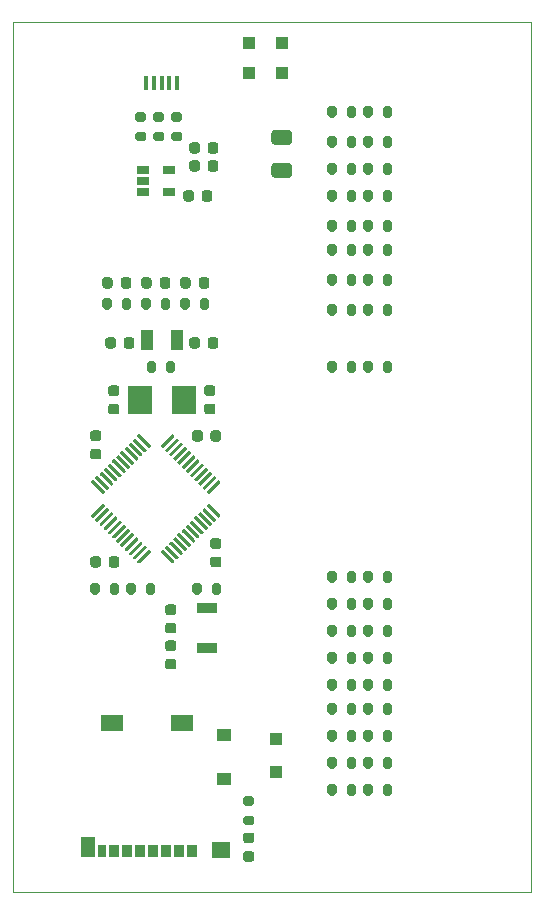
<source format=gbr>
%TF.GenerationSoftware,KiCad,Pcbnew,(5.1.9-16-g1737927814)-1*%
%TF.CreationDate,2021-05-19T21:13:25-05:00*%
%TF.ProjectId,bluepill_scsi,626c7565-7069-46c6-9c5f-736373692e6b,rev?*%
%TF.SameCoordinates,Original*%
%TF.FileFunction,Paste,Top*%
%TF.FilePolarity,Positive*%
%FSLAX46Y46*%
G04 Gerber Fmt 4.6, Leading zero omitted, Abs format (unit mm)*
G04 Created by KiCad (PCBNEW (5.1.9-16-g1737927814)-1) date 2021-05-19 21:13:25*
%MOMM*%
%LPD*%
G01*
G04 APERTURE LIST*
%TA.AperFunction,Profile*%
%ADD10C,0.050000*%
%TD*%
%ADD11R,1.100000X1.100000*%
%ADD12R,1.900000X1.350000*%
%ADD13R,1.200000X1.000000*%
%ADD14R,1.550000X1.350000*%
%ADD15R,1.170000X1.800000*%
%ADD16R,0.850000X1.100000*%
%ADD17R,0.750000X1.100000*%
%ADD18R,1.700000X0.900000*%
%ADD19R,2.000000X2.400000*%
%ADD20R,1.000000X1.800000*%
%ADD21R,1.060000X0.650000*%
%ADD22R,0.450000X1.300000*%
G04 APERTURE END LIST*
D10*
X71755000Y-149225000D02*
X71120000Y-149225000D01*
X71120000Y-147955000D02*
X71120000Y-149225000D01*
X114935000Y-149225000D02*
X71755000Y-149225000D01*
X114935000Y-147955000D02*
X114935000Y-149225000D01*
X114935000Y-75565000D02*
X71120000Y-75565000D01*
X114935000Y-147955000D02*
X114935000Y-75565000D01*
X71120000Y-147955000D02*
X71120000Y-75565000D01*
%TO.C,R47*%
G36*
G01*
X101556000Y-124566000D02*
X101556000Y-125116000D01*
G75*
G02*
X101356000Y-125316000I-200000J0D01*
G01*
X100956000Y-125316000D01*
G75*
G02*
X100756000Y-125116000I0J200000D01*
G01*
X100756000Y-124566000D01*
G75*
G02*
X100956000Y-124366000I200000J0D01*
G01*
X101356000Y-124366000D01*
G75*
G02*
X101556000Y-124566000I0J-200000D01*
G01*
G37*
G36*
G01*
X103206000Y-124566000D02*
X103206000Y-125116000D01*
G75*
G02*
X103006000Y-125316000I-200000J0D01*
G01*
X102606000Y-125316000D01*
G75*
G02*
X102406000Y-125116000I0J200000D01*
G01*
X102406000Y-124566000D01*
G75*
G02*
X102606000Y-124366000I200000J0D01*
G01*
X103006000Y-124366000D01*
G75*
G02*
X103206000Y-124566000I0J-200000D01*
G01*
G37*
%TD*%
%TO.C,R46*%
G36*
G01*
X99358000Y-125116000D02*
X99358000Y-124566000D01*
G75*
G02*
X99558000Y-124366000I200000J0D01*
G01*
X99958000Y-124366000D01*
G75*
G02*
X100158000Y-124566000I0J-200000D01*
G01*
X100158000Y-125116000D01*
G75*
G02*
X99958000Y-125316000I-200000J0D01*
G01*
X99558000Y-125316000D01*
G75*
G02*
X99358000Y-125116000I0J200000D01*
G01*
G37*
G36*
G01*
X97708000Y-125116000D02*
X97708000Y-124566000D01*
G75*
G02*
X97908000Y-124366000I200000J0D01*
G01*
X98308000Y-124366000D01*
G75*
G02*
X98508000Y-124566000I0J-200000D01*
G01*
X98508000Y-125116000D01*
G75*
G02*
X98308000Y-125316000I-200000J0D01*
G01*
X97908000Y-125316000D01*
G75*
G02*
X97708000Y-125116000I0J200000D01*
G01*
G37*
%TD*%
%TO.C,R45*%
G36*
G01*
X101556000Y-126852000D02*
X101556000Y-127402000D01*
G75*
G02*
X101356000Y-127602000I-200000J0D01*
G01*
X100956000Y-127602000D01*
G75*
G02*
X100756000Y-127402000I0J200000D01*
G01*
X100756000Y-126852000D01*
G75*
G02*
X100956000Y-126652000I200000J0D01*
G01*
X101356000Y-126652000D01*
G75*
G02*
X101556000Y-126852000I0J-200000D01*
G01*
G37*
G36*
G01*
X103206000Y-126852000D02*
X103206000Y-127402000D01*
G75*
G02*
X103006000Y-127602000I-200000J0D01*
G01*
X102606000Y-127602000D01*
G75*
G02*
X102406000Y-127402000I0J200000D01*
G01*
X102406000Y-126852000D01*
G75*
G02*
X102606000Y-126652000I200000J0D01*
G01*
X103006000Y-126652000D01*
G75*
G02*
X103206000Y-126852000I0J-200000D01*
G01*
G37*
%TD*%
%TO.C,R44*%
G36*
G01*
X99358000Y-127402000D02*
X99358000Y-126852000D01*
G75*
G02*
X99558000Y-126652000I200000J0D01*
G01*
X99958000Y-126652000D01*
G75*
G02*
X100158000Y-126852000I0J-200000D01*
G01*
X100158000Y-127402000D01*
G75*
G02*
X99958000Y-127602000I-200000J0D01*
G01*
X99558000Y-127602000D01*
G75*
G02*
X99358000Y-127402000I0J200000D01*
G01*
G37*
G36*
G01*
X97708000Y-127402000D02*
X97708000Y-126852000D01*
G75*
G02*
X97908000Y-126652000I200000J0D01*
G01*
X98308000Y-126652000D01*
G75*
G02*
X98508000Y-126852000I0J-200000D01*
G01*
X98508000Y-127402000D01*
G75*
G02*
X98308000Y-127602000I-200000J0D01*
G01*
X97908000Y-127602000D01*
G75*
G02*
X97708000Y-127402000I0J200000D01*
G01*
G37*
%TD*%
%TO.C,R43*%
G36*
G01*
X101556000Y-129138000D02*
X101556000Y-129688000D01*
G75*
G02*
X101356000Y-129888000I-200000J0D01*
G01*
X100956000Y-129888000D01*
G75*
G02*
X100756000Y-129688000I0J200000D01*
G01*
X100756000Y-129138000D01*
G75*
G02*
X100956000Y-128938000I200000J0D01*
G01*
X101356000Y-128938000D01*
G75*
G02*
X101556000Y-129138000I0J-200000D01*
G01*
G37*
G36*
G01*
X103206000Y-129138000D02*
X103206000Y-129688000D01*
G75*
G02*
X103006000Y-129888000I-200000J0D01*
G01*
X102606000Y-129888000D01*
G75*
G02*
X102406000Y-129688000I0J200000D01*
G01*
X102406000Y-129138000D01*
G75*
G02*
X102606000Y-128938000I200000J0D01*
G01*
X103006000Y-128938000D01*
G75*
G02*
X103206000Y-129138000I0J-200000D01*
G01*
G37*
%TD*%
%TO.C,R42*%
G36*
G01*
X99358000Y-129688000D02*
X99358000Y-129138000D01*
G75*
G02*
X99558000Y-128938000I200000J0D01*
G01*
X99958000Y-128938000D01*
G75*
G02*
X100158000Y-129138000I0J-200000D01*
G01*
X100158000Y-129688000D01*
G75*
G02*
X99958000Y-129888000I-200000J0D01*
G01*
X99558000Y-129888000D01*
G75*
G02*
X99358000Y-129688000I0J200000D01*
G01*
G37*
G36*
G01*
X97708000Y-129688000D02*
X97708000Y-129138000D01*
G75*
G02*
X97908000Y-128938000I200000J0D01*
G01*
X98308000Y-128938000D01*
G75*
G02*
X98508000Y-129138000I0J-200000D01*
G01*
X98508000Y-129688000D01*
G75*
G02*
X98308000Y-129888000I-200000J0D01*
G01*
X97908000Y-129888000D01*
G75*
G02*
X97708000Y-129688000I0J200000D01*
G01*
G37*
%TD*%
%TO.C,R41*%
G36*
G01*
X101556000Y-131424000D02*
X101556000Y-131974000D01*
G75*
G02*
X101356000Y-132174000I-200000J0D01*
G01*
X100956000Y-132174000D01*
G75*
G02*
X100756000Y-131974000I0J200000D01*
G01*
X100756000Y-131424000D01*
G75*
G02*
X100956000Y-131224000I200000J0D01*
G01*
X101356000Y-131224000D01*
G75*
G02*
X101556000Y-131424000I0J-200000D01*
G01*
G37*
G36*
G01*
X103206000Y-131424000D02*
X103206000Y-131974000D01*
G75*
G02*
X103006000Y-132174000I-200000J0D01*
G01*
X102606000Y-132174000D01*
G75*
G02*
X102406000Y-131974000I0J200000D01*
G01*
X102406000Y-131424000D01*
G75*
G02*
X102606000Y-131224000I200000J0D01*
G01*
X103006000Y-131224000D01*
G75*
G02*
X103206000Y-131424000I0J-200000D01*
G01*
G37*
%TD*%
%TO.C,R40*%
G36*
G01*
X99358000Y-131974000D02*
X99358000Y-131424000D01*
G75*
G02*
X99558000Y-131224000I200000J0D01*
G01*
X99958000Y-131224000D01*
G75*
G02*
X100158000Y-131424000I0J-200000D01*
G01*
X100158000Y-131974000D01*
G75*
G02*
X99958000Y-132174000I-200000J0D01*
G01*
X99558000Y-132174000D01*
G75*
G02*
X99358000Y-131974000I0J200000D01*
G01*
G37*
G36*
G01*
X97708000Y-131974000D02*
X97708000Y-131424000D01*
G75*
G02*
X97908000Y-131224000I200000J0D01*
G01*
X98308000Y-131224000D01*
G75*
G02*
X98508000Y-131424000I0J-200000D01*
G01*
X98508000Y-131974000D01*
G75*
G02*
X98308000Y-132174000I-200000J0D01*
G01*
X97908000Y-132174000D01*
G75*
G02*
X97708000Y-131974000I0J200000D01*
G01*
G37*
%TD*%
%TO.C,R39*%
G36*
G01*
X101556000Y-133456000D02*
X101556000Y-134006000D01*
G75*
G02*
X101356000Y-134206000I-200000J0D01*
G01*
X100956000Y-134206000D01*
G75*
G02*
X100756000Y-134006000I0J200000D01*
G01*
X100756000Y-133456000D01*
G75*
G02*
X100956000Y-133256000I200000J0D01*
G01*
X101356000Y-133256000D01*
G75*
G02*
X101556000Y-133456000I0J-200000D01*
G01*
G37*
G36*
G01*
X103206000Y-133456000D02*
X103206000Y-134006000D01*
G75*
G02*
X103006000Y-134206000I-200000J0D01*
G01*
X102606000Y-134206000D01*
G75*
G02*
X102406000Y-134006000I0J200000D01*
G01*
X102406000Y-133456000D01*
G75*
G02*
X102606000Y-133256000I200000J0D01*
G01*
X103006000Y-133256000D01*
G75*
G02*
X103206000Y-133456000I0J-200000D01*
G01*
G37*
%TD*%
%TO.C,R38*%
G36*
G01*
X99358000Y-134006000D02*
X99358000Y-133456000D01*
G75*
G02*
X99558000Y-133256000I200000J0D01*
G01*
X99958000Y-133256000D01*
G75*
G02*
X100158000Y-133456000I0J-200000D01*
G01*
X100158000Y-134006000D01*
G75*
G02*
X99958000Y-134206000I-200000J0D01*
G01*
X99558000Y-134206000D01*
G75*
G02*
X99358000Y-134006000I0J200000D01*
G01*
G37*
G36*
G01*
X97708000Y-134006000D02*
X97708000Y-133456000D01*
G75*
G02*
X97908000Y-133256000I200000J0D01*
G01*
X98308000Y-133256000D01*
G75*
G02*
X98508000Y-133456000I0J-200000D01*
G01*
X98508000Y-134006000D01*
G75*
G02*
X98308000Y-134206000I-200000J0D01*
G01*
X97908000Y-134206000D01*
G75*
G02*
X97708000Y-134006000I0J200000D01*
G01*
G37*
%TD*%
%TO.C,R37*%
G36*
G01*
X101556000Y-135742000D02*
X101556000Y-136292000D01*
G75*
G02*
X101356000Y-136492000I-200000J0D01*
G01*
X100956000Y-136492000D01*
G75*
G02*
X100756000Y-136292000I0J200000D01*
G01*
X100756000Y-135742000D01*
G75*
G02*
X100956000Y-135542000I200000J0D01*
G01*
X101356000Y-135542000D01*
G75*
G02*
X101556000Y-135742000I0J-200000D01*
G01*
G37*
G36*
G01*
X103206000Y-135742000D02*
X103206000Y-136292000D01*
G75*
G02*
X103006000Y-136492000I-200000J0D01*
G01*
X102606000Y-136492000D01*
G75*
G02*
X102406000Y-136292000I0J200000D01*
G01*
X102406000Y-135742000D01*
G75*
G02*
X102606000Y-135542000I200000J0D01*
G01*
X103006000Y-135542000D01*
G75*
G02*
X103206000Y-135742000I0J-200000D01*
G01*
G37*
%TD*%
%TO.C,R36*%
G36*
G01*
X99358000Y-136292000D02*
X99358000Y-135742000D01*
G75*
G02*
X99558000Y-135542000I200000J0D01*
G01*
X99958000Y-135542000D01*
G75*
G02*
X100158000Y-135742000I0J-200000D01*
G01*
X100158000Y-136292000D01*
G75*
G02*
X99958000Y-136492000I-200000J0D01*
G01*
X99558000Y-136492000D01*
G75*
G02*
X99358000Y-136292000I0J200000D01*
G01*
G37*
G36*
G01*
X97708000Y-136292000D02*
X97708000Y-135742000D01*
G75*
G02*
X97908000Y-135542000I200000J0D01*
G01*
X98308000Y-135542000D01*
G75*
G02*
X98508000Y-135742000I0J-200000D01*
G01*
X98508000Y-136292000D01*
G75*
G02*
X98308000Y-136492000I-200000J0D01*
G01*
X97908000Y-136492000D01*
G75*
G02*
X97708000Y-136292000I0J200000D01*
G01*
G37*
%TD*%
%TO.C,R35*%
G36*
G01*
X101556000Y-138028000D02*
X101556000Y-138578000D01*
G75*
G02*
X101356000Y-138778000I-200000J0D01*
G01*
X100956000Y-138778000D01*
G75*
G02*
X100756000Y-138578000I0J200000D01*
G01*
X100756000Y-138028000D01*
G75*
G02*
X100956000Y-137828000I200000J0D01*
G01*
X101356000Y-137828000D01*
G75*
G02*
X101556000Y-138028000I0J-200000D01*
G01*
G37*
G36*
G01*
X103206000Y-138028000D02*
X103206000Y-138578000D01*
G75*
G02*
X103006000Y-138778000I-200000J0D01*
G01*
X102606000Y-138778000D01*
G75*
G02*
X102406000Y-138578000I0J200000D01*
G01*
X102406000Y-138028000D01*
G75*
G02*
X102606000Y-137828000I200000J0D01*
G01*
X103006000Y-137828000D01*
G75*
G02*
X103206000Y-138028000I0J-200000D01*
G01*
G37*
%TD*%
%TO.C,R34*%
G36*
G01*
X99358000Y-138578000D02*
X99358000Y-138028000D01*
G75*
G02*
X99558000Y-137828000I200000J0D01*
G01*
X99958000Y-137828000D01*
G75*
G02*
X100158000Y-138028000I0J-200000D01*
G01*
X100158000Y-138578000D01*
G75*
G02*
X99958000Y-138778000I-200000J0D01*
G01*
X99558000Y-138778000D01*
G75*
G02*
X99358000Y-138578000I0J200000D01*
G01*
G37*
G36*
G01*
X97708000Y-138578000D02*
X97708000Y-138028000D01*
G75*
G02*
X97908000Y-137828000I200000J0D01*
G01*
X98308000Y-137828000D01*
G75*
G02*
X98508000Y-138028000I0J-200000D01*
G01*
X98508000Y-138578000D01*
G75*
G02*
X98308000Y-138778000I-200000J0D01*
G01*
X97908000Y-138778000D01*
G75*
G02*
X97708000Y-138578000I0J200000D01*
G01*
G37*
%TD*%
%TO.C,R33*%
G36*
G01*
X101556000Y-140314000D02*
X101556000Y-140864000D01*
G75*
G02*
X101356000Y-141064000I-200000J0D01*
G01*
X100956000Y-141064000D01*
G75*
G02*
X100756000Y-140864000I0J200000D01*
G01*
X100756000Y-140314000D01*
G75*
G02*
X100956000Y-140114000I200000J0D01*
G01*
X101356000Y-140114000D01*
G75*
G02*
X101556000Y-140314000I0J-200000D01*
G01*
G37*
G36*
G01*
X103206000Y-140314000D02*
X103206000Y-140864000D01*
G75*
G02*
X103006000Y-141064000I-200000J0D01*
G01*
X102606000Y-141064000D01*
G75*
G02*
X102406000Y-140864000I0J200000D01*
G01*
X102406000Y-140314000D01*
G75*
G02*
X102606000Y-140114000I200000J0D01*
G01*
X103006000Y-140114000D01*
G75*
G02*
X103206000Y-140314000I0J-200000D01*
G01*
G37*
%TD*%
%TO.C,R32*%
G36*
G01*
X99358000Y-140864000D02*
X99358000Y-140314000D01*
G75*
G02*
X99558000Y-140114000I200000J0D01*
G01*
X99958000Y-140114000D01*
G75*
G02*
X100158000Y-140314000I0J-200000D01*
G01*
X100158000Y-140864000D01*
G75*
G02*
X99958000Y-141064000I-200000J0D01*
G01*
X99558000Y-141064000D01*
G75*
G02*
X99358000Y-140864000I0J200000D01*
G01*
G37*
G36*
G01*
X97708000Y-140864000D02*
X97708000Y-140314000D01*
G75*
G02*
X97908000Y-140114000I200000J0D01*
G01*
X98308000Y-140114000D01*
G75*
G02*
X98508000Y-140314000I0J-200000D01*
G01*
X98508000Y-140864000D01*
G75*
G02*
X98308000Y-141064000I-200000J0D01*
G01*
X97908000Y-141064000D01*
G75*
G02*
X97708000Y-140864000I0J200000D01*
G01*
G37*
%TD*%
%TO.C,R31*%
G36*
G01*
X101556000Y-122280000D02*
X101556000Y-122830000D01*
G75*
G02*
X101356000Y-123030000I-200000J0D01*
G01*
X100956000Y-123030000D01*
G75*
G02*
X100756000Y-122830000I0J200000D01*
G01*
X100756000Y-122280000D01*
G75*
G02*
X100956000Y-122080000I200000J0D01*
G01*
X101356000Y-122080000D01*
G75*
G02*
X101556000Y-122280000I0J-200000D01*
G01*
G37*
G36*
G01*
X103206000Y-122280000D02*
X103206000Y-122830000D01*
G75*
G02*
X103006000Y-123030000I-200000J0D01*
G01*
X102606000Y-123030000D01*
G75*
G02*
X102406000Y-122830000I0J200000D01*
G01*
X102406000Y-122280000D01*
G75*
G02*
X102606000Y-122080000I200000J0D01*
G01*
X103006000Y-122080000D01*
G75*
G02*
X103206000Y-122280000I0J-200000D01*
G01*
G37*
%TD*%
%TO.C,R30*%
G36*
G01*
X99358000Y-122830000D02*
X99358000Y-122280000D01*
G75*
G02*
X99558000Y-122080000I200000J0D01*
G01*
X99958000Y-122080000D01*
G75*
G02*
X100158000Y-122280000I0J-200000D01*
G01*
X100158000Y-122830000D01*
G75*
G02*
X99958000Y-123030000I-200000J0D01*
G01*
X99558000Y-123030000D01*
G75*
G02*
X99358000Y-122830000I0J200000D01*
G01*
G37*
G36*
G01*
X97708000Y-122830000D02*
X97708000Y-122280000D01*
G75*
G02*
X97908000Y-122080000I200000J0D01*
G01*
X98308000Y-122080000D01*
G75*
G02*
X98508000Y-122280000I0J-200000D01*
G01*
X98508000Y-122830000D01*
G75*
G02*
X98308000Y-123030000I-200000J0D01*
G01*
X97908000Y-123030000D01*
G75*
G02*
X97708000Y-122830000I0J200000D01*
G01*
G37*
%TD*%
%TO.C,R29*%
G36*
G01*
X101556000Y-104500000D02*
X101556000Y-105050000D01*
G75*
G02*
X101356000Y-105250000I-200000J0D01*
G01*
X100956000Y-105250000D01*
G75*
G02*
X100756000Y-105050000I0J200000D01*
G01*
X100756000Y-104500000D01*
G75*
G02*
X100956000Y-104300000I200000J0D01*
G01*
X101356000Y-104300000D01*
G75*
G02*
X101556000Y-104500000I0J-200000D01*
G01*
G37*
G36*
G01*
X103206000Y-104500000D02*
X103206000Y-105050000D01*
G75*
G02*
X103006000Y-105250000I-200000J0D01*
G01*
X102606000Y-105250000D01*
G75*
G02*
X102406000Y-105050000I0J200000D01*
G01*
X102406000Y-104500000D01*
G75*
G02*
X102606000Y-104300000I200000J0D01*
G01*
X103006000Y-104300000D01*
G75*
G02*
X103206000Y-104500000I0J-200000D01*
G01*
G37*
%TD*%
%TO.C,R28*%
G36*
G01*
X99358000Y-105050000D02*
X99358000Y-104500000D01*
G75*
G02*
X99558000Y-104300000I200000J0D01*
G01*
X99958000Y-104300000D01*
G75*
G02*
X100158000Y-104500000I0J-200000D01*
G01*
X100158000Y-105050000D01*
G75*
G02*
X99958000Y-105250000I-200000J0D01*
G01*
X99558000Y-105250000D01*
G75*
G02*
X99358000Y-105050000I0J200000D01*
G01*
G37*
G36*
G01*
X97708000Y-105050000D02*
X97708000Y-104500000D01*
G75*
G02*
X97908000Y-104300000I200000J0D01*
G01*
X98308000Y-104300000D01*
G75*
G02*
X98508000Y-104500000I0J-200000D01*
G01*
X98508000Y-105050000D01*
G75*
G02*
X98308000Y-105250000I-200000J0D01*
G01*
X97908000Y-105250000D01*
G75*
G02*
X97708000Y-105050000I0J200000D01*
G01*
G37*
%TD*%
%TO.C,R27*%
G36*
G01*
X101556000Y-97134000D02*
X101556000Y-97684000D01*
G75*
G02*
X101356000Y-97884000I-200000J0D01*
G01*
X100956000Y-97884000D01*
G75*
G02*
X100756000Y-97684000I0J200000D01*
G01*
X100756000Y-97134000D01*
G75*
G02*
X100956000Y-96934000I200000J0D01*
G01*
X101356000Y-96934000D01*
G75*
G02*
X101556000Y-97134000I0J-200000D01*
G01*
G37*
G36*
G01*
X103206000Y-97134000D02*
X103206000Y-97684000D01*
G75*
G02*
X103006000Y-97884000I-200000J0D01*
G01*
X102606000Y-97884000D01*
G75*
G02*
X102406000Y-97684000I0J200000D01*
G01*
X102406000Y-97134000D01*
G75*
G02*
X102606000Y-96934000I200000J0D01*
G01*
X103006000Y-96934000D01*
G75*
G02*
X103206000Y-97134000I0J-200000D01*
G01*
G37*
%TD*%
%TO.C,R26*%
G36*
G01*
X99358000Y-97684000D02*
X99358000Y-97134000D01*
G75*
G02*
X99558000Y-96934000I200000J0D01*
G01*
X99958000Y-96934000D01*
G75*
G02*
X100158000Y-97134000I0J-200000D01*
G01*
X100158000Y-97684000D01*
G75*
G02*
X99958000Y-97884000I-200000J0D01*
G01*
X99558000Y-97884000D01*
G75*
G02*
X99358000Y-97684000I0J200000D01*
G01*
G37*
G36*
G01*
X97708000Y-97684000D02*
X97708000Y-97134000D01*
G75*
G02*
X97908000Y-96934000I200000J0D01*
G01*
X98308000Y-96934000D01*
G75*
G02*
X98508000Y-97134000I0J-200000D01*
G01*
X98508000Y-97684000D01*
G75*
G02*
X98308000Y-97884000I-200000J0D01*
G01*
X97908000Y-97884000D01*
G75*
G02*
X97708000Y-97684000I0J200000D01*
G01*
G37*
%TD*%
%TO.C,R25*%
G36*
G01*
X101556000Y-94594000D02*
X101556000Y-95144000D01*
G75*
G02*
X101356000Y-95344000I-200000J0D01*
G01*
X100956000Y-95344000D01*
G75*
G02*
X100756000Y-95144000I0J200000D01*
G01*
X100756000Y-94594000D01*
G75*
G02*
X100956000Y-94394000I200000J0D01*
G01*
X101356000Y-94394000D01*
G75*
G02*
X101556000Y-94594000I0J-200000D01*
G01*
G37*
G36*
G01*
X103206000Y-94594000D02*
X103206000Y-95144000D01*
G75*
G02*
X103006000Y-95344000I-200000J0D01*
G01*
X102606000Y-95344000D01*
G75*
G02*
X102406000Y-95144000I0J200000D01*
G01*
X102406000Y-94594000D01*
G75*
G02*
X102606000Y-94394000I200000J0D01*
G01*
X103006000Y-94394000D01*
G75*
G02*
X103206000Y-94594000I0J-200000D01*
G01*
G37*
%TD*%
%TO.C,R24*%
G36*
G01*
X99358000Y-95144000D02*
X99358000Y-94594000D01*
G75*
G02*
X99558000Y-94394000I200000J0D01*
G01*
X99958000Y-94394000D01*
G75*
G02*
X100158000Y-94594000I0J-200000D01*
G01*
X100158000Y-95144000D01*
G75*
G02*
X99958000Y-95344000I-200000J0D01*
G01*
X99558000Y-95344000D01*
G75*
G02*
X99358000Y-95144000I0J200000D01*
G01*
G37*
G36*
G01*
X97708000Y-95144000D02*
X97708000Y-94594000D01*
G75*
G02*
X97908000Y-94394000I200000J0D01*
G01*
X98308000Y-94394000D01*
G75*
G02*
X98508000Y-94594000I0J-200000D01*
G01*
X98508000Y-95144000D01*
G75*
G02*
X98308000Y-95344000I-200000J0D01*
G01*
X97908000Y-95344000D01*
G75*
G02*
X97708000Y-95144000I0J200000D01*
G01*
G37*
%TD*%
%TO.C,R23*%
G36*
G01*
X101556000Y-90022000D02*
X101556000Y-90572000D01*
G75*
G02*
X101356000Y-90772000I-200000J0D01*
G01*
X100956000Y-90772000D01*
G75*
G02*
X100756000Y-90572000I0J200000D01*
G01*
X100756000Y-90022000D01*
G75*
G02*
X100956000Y-89822000I200000J0D01*
G01*
X101356000Y-89822000D01*
G75*
G02*
X101556000Y-90022000I0J-200000D01*
G01*
G37*
G36*
G01*
X103206000Y-90022000D02*
X103206000Y-90572000D01*
G75*
G02*
X103006000Y-90772000I-200000J0D01*
G01*
X102606000Y-90772000D01*
G75*
G02*
X102406000Y-90572000I0J200000D01*
G01*
X102406000Y-90022000D01*
G75*
G02*
X102606000Y-89822000I200000J0D01*
G01*
X103006000Y-89822000D01*
G75*
G02*
X103206000Y-90022000I0J-200000D01*
G01*
G37*
%TD*%
%TO.C,R22*%
G36*
G01*
X99358000Y-90572000D02*
X99358000Y-90022000D01*
G75*
G02*
X99558000Y-89822000I200000J0D01*
G01*
X99958000Y-89822000D01*
G75*
G02*
X100158000Y-90022000I0J-200000D01*
G01*
X100158000Y-90572000D01*
G75*
G02*
X99958000Y-90772000I-200000J0D01*
G01*
X99558000Y-90772000D01*
G75*
G02*
X99358000Y-90572000I0J200000D01*
G01*
G37*
G36*
G01*
X97708000Y-90572000D02*
X97708000Y-90022000D01*
G75*
G02*
X97908000Y-89822000I200000J0D01*
G01*
X98308000Y-89822000D01*
G75*
G02*
X98508000Y-90022000I0J-200000D01*
G01*
X98508000Y-90572000D01*
G75*
G02*
X98308000Y-90772000I-200000J0D01*
G01*
X97908000Y-90772000D01*
G75*
G02*
X97708000Y-90572000I0J200000D01*
G01*
G37*
%TD*%
%TO.C,R21*%
G36*
G01*
X101556000Y-99674000D02*
X101556000Y-100224000D01*
G75*
G02*
X101356000Y-100424000I-200000J0D01*
G01*
X100956000Y-100424000D01*
G75*
G02*
X100756000Y-100224000I0J200000D01*
G01*
X100756000Y-99674000D01*
G75*
G02*
X100956000Y-99474000I200000J0D01*
G01*
X101356000Y-99474000D01*
G75*
G02*
X101556000Y-99674000I0J-200000D01*
G01*
G37*
G36*
G01*
X103206000Y-99674000D02*
X103206000Y-100224000D01*
G75*
G02*
X103006000Y-100424000I-200000J0D01*
G01*
X102606000Y-100424000D01*
G75*
G02*
X102406000Y-100224000I0J200000D01*
G01*
X102406000Y-99674000D01*
G75*
G02*
X102606000Y-99474000I200000J0D01*
G01*
X103006000Y-99474000D01*
G75*
G02*
X103206000Y-99674000I0J-200000D01*
G01*
G37*
%TD*%
%TO.C,R20*%
G36*
G01*
X99358000Y-100224000D02*
X99358000Y-99674000D01*
G75*
G02*
X99558000Y-99474000I200000J0D01*
G01*
X99958000Y-99474000D01*
G75*
G02*
X100158000Y-99674000I0J-200000D01*
G01*
X100158000Y-100224000D01*
G75*
G02*
X99958000Y-100424000I-200000J0D01*
G01*
X99558000Y-100424000D01*
G75*
G02*
X99358000Y-100224000I0J200000D01*
G01*
G37*
G36*
G01*
X97708000Y-100224000D02*
X97708000Y-99674000D01*
G75*
G02*
X97908000Y-99474000I200000J0D01*
G01*
X98308000Y-99474000D01*
G75*
G02*
X98508000Y-99674000I0J-200000D01*
G01*
X98508000Y-100224000D01*
G75*
G02*
X98308000Y-100424000I-200000J0D01*
G01*
X97908000Y-100424000D01*
G75*
G02*
X97708000Y-100224000I0J200000D01*
G01*
G37*
%TD*%
%TO.C,R19*%
G36*
G01*
X101556000Y-92562000D02*
X101556000Y-93112000D01*
G75*
G02*
X101356000Y-93312000I-200000J0D01*
G01*
X100956000Y-93312000D01*
G75*
G02*
X100756000Y-93112000I0J200000D01*
G01*
X100756000Y-92562000D01*
G75*
G02*
X100956000Y-92362000I200000J0D01*
G01*
X101356000Y-92362000D01*
G75*
G02*
X101556000Y-92562000I0J-200000D01*
G01*
G37*
G36*
G01*
X103206000Y-92562000D02*
X103206000Y-93112000D01*
G75*
G02*
X103006000Y-93312000I-200000J0D01*
G01*
X102606000Y-93312000D01*
G75*
G02*
X102406000Y-93112000I0J200000D01*
G01*
X102406000Y-92562000D01*
G75*
G02*
X102606000Y-92362000I200000J0D01*
G01*
X103006000Y-92362000D01*
G75*
G02*
X103206000Y-92562000I0J-200000D01*
G01*
G37*
%TD*%
%TO.C,R18*%
G36*
G01*
X99358000Y-93112000D02*
X99358000Y-92562000D01*
G75*
G02*
X99558000Y-92362000I200000J0D01*
G01*
X99958000Y-92362000D01*
G75*
G02*
X100158000Y-92562000I0J-200000D01*
G01*
X100158000Y-93112000D01*
G75*
G02*
X99958000Y-93312000I-200000J0D01*
G01*
X99558000Y-93312000D01*
G75*
G02*
X99358000Y-93112000I0J200000D01*
G01*
G37*
G36*
G01*
X97708000Y-93112000D02*
X97708000Y-92562000D01*
G75*
G02*
X97908000Y-92362000I200000J0D01*
G01*
X98308000Y-92362000D01*
G75*
G02*
X98508000Y-92562000I0J-200000D01*
G01*
X98508000Y-93112000D01*
G75*
G02*
X98308000Y-93312000I-200000J0D01*
G01*
X97908000Y-93312000D01*
G75*
G02*
X97708000Y-93112000I0J200000D01*
G01*
G37*
%TD*%
%TO.C,R17*%
G36*
G01*
X101556000Y-87736000D02*
X101556000Y-88286000D01*
G75*
G02*
X101356000Y-88486000I-200000J0D01*
G01*
X100956000Y-88486000D01*
G75*
G02*
X100756000Y-88286000I0J200000D01*
G01*
X100756000Y-87736000D01*
G75*
G02*
X100956000Y-87536000I200000J0D01*
G01*
X101356000Y-87536000D01*
G75*
G02*
X101556000Y-87736000I0J-200000D01*
G01*
G37*
G36*
G01*
X103206000Y-87736000D02*
X103206000Y-88286000D01*
G75*
G02*
X103006000Y-88486000I-200000J0D01*
G01*
X102606000Y-88486000D01*
G75*
G02*
X102406000Y-88286000I0J200000D01*
G01*
X102406000Y-87736000D01*
G75*
G02*
X102606000Y-87536000I200000J0D01*
G01*
X103006000Y-87536000D01*
G75*
G02*
X103206000Y-87736000I0J-200000D01*
G01*
G37*
%TD*%
%TO.C,R16*%
G36*
G01*
X99358000Y-88286000D02*
X99358000Y-87736000D01*
G75*
G02*
X99558000Y-87536000I200000J0D01*
G01*
X99958000Y-87536000D01*
G75*
G02*
X100158000Y-87736000I0J-200000D01*
G01*
X100158000Y-88286000D01*
G75*
G02*
X99958000Y-88486000I-200000J0D01*
G01*
X99558000Y-88486000D01*
G75*
G02*
X99358000Y-88286000I0J200000D01*
G01*
G37*
G36*
G01*
X97708000Y-88286000D02*
X97708000Y-87736000D01*
G75*
G02*
X97908000Y-87536000I200000J0D01*
G01*
X98308000Y-87536000D01*
G75*
G02*
X98508000Y-87736000I0J-200000D01*
G01*
X98508000Y-88286000D01*
G75*
G02*
X98308000Y-88486000I-200000J0D01*
G01*
X97908000Y-88486000D01*
G75*
G02*
X97708000Y-88286000I0J200000D01*
G01*
G37*
%TD*%
%TO.C,R15*%
G36*
G01*
X101556000Y-85450000D02*
X101556000Y-86000000D01*
G75*
G02*
X101356000Y-86200000I-200000J0D01*
G01*
X100956000Y-86200000D01*
G75*
G02*
X100756000Y-86000000I0J200000D01*
G01*
X100756000Y-85450000D01*
G75*
G02*
X100956000Y-85250000I200000J0D01*
G01*
X101356000Y-85250000D01*
G75*
G02*
X101556000Y-85450000I0J-200000D01*
G01*
G37*
G36*
G01*
X103206000Y-85450000D02*
X103206000Y-86000000D01*
G75*
G02*
X103006000Y-86200000I-200000J0D01*
G01*
X102606000Y-86200000D01*
G75*
G02*
X102406000Y-86000000I0J200000D01*
G01*
X102406000Y-85450000D01*
G75*
G02*
X102606000Y-85250000I200000J0D01*
G01*
X103006000Y-85250000D01*
G75*
G02*
X103206000Y-85450000I0J-200000D01*
G01*
G37*
%TD*%
%TO.C,R14*%
G36*
G01*
X99358000Y-86000000D02*
X99358000Y-85450000D01*
G75*
G02*
X99558000Y-85250000I200000J0D01*
G01*
X99958000Y-85250000D01*
G75*
G02*
X100158000Y-85450000I0J-200000D01*
G01*
X100158000Y-86000000D01*
G75*
G02*
X99958000Y-86200000I-200000J0D01*
G01*
X99558000Y-86200000D01*
G75*
G02*
X99358000Y-86000000I0J200000D01*
G01*
G37*
G36*
G01*
X97708000Y-86000000D02*
X97708000Y-85450000D01*
G75*
G02*
X97908000Y-85250000I200000J0D01*
G01*
X98308000Y-85250000D01*
G75*
G02*
X98508000Y-85450000I0J-200000D01*
G01*
X98508000Y-86000000D01*
G75*
G02*
X98308000Y-86200000I-200000J0D01*
G01*
X97908000Y-86200000D01*
G75*
G02*
X97708000Y-86000000I0J200000D01*
G01*
G37*
%TD*%
%TO.C,R13*%
G36*
G01*
X101556000Y-82910000D02*
X101556000Y-83460000D01*
G75*
G02*
X101356000Y-83660000I-200000J0D01*
G01*
X100956000Y-83660000D01*
G75*
G02*
X100756000Y-83460000I0J200000D01*
G01*
X100756000Y-82910000D01*
G75*
G02*
X100956000Y-82710000I200000J0D01*
G01*
X101356000Y-82710000D01*
G75*
G02*
X101556000Y-82910000I0J-200000D01*
G01*
G37*
G36*
G01*
X103206000Y-82910000D02*
X103206000Y-83460000D01*
G75*
G02*
X103006000Y-83660000I-200000J0D01*
G01*
X102606000Y-83660000D01*
G75*
G02*
X102406000Y-83460000I0J200000D01*
G01*
X102406000Y-82910000D01*
G75*
G02*
X102606000Y-82710000I200000J0D01*
G01*
X103006000Y-82710000D01*
G75*
G02*
X103206000Y-82910000I0J-200000D01*
G01*
G37*
%TD*%
%TO.C,R12*%
G36*
G01*
X99358000Y-83460000D02*
X99358000Y-82910000D01*
G75*
G02*
X99558000Y-82710000I200000J0D01*
G01*
X99958000Y-82710000D01*
G75*
G02*
X100158000Y-82910000I0J-200000D01*
G01*
X100158000Y-83460000D01*
G75*
G02*
X99958000Y-83660000I-200000J0D01*
G01*
X99558000Y-83660000D01*
G75*
G02*
X99358000Y-83460000I0J200000D01*
G01*
G37*
G36*
G01*
X97708000Y-83460000D02*
X97708000Y-82910000D01*
G75*
G02*
X97908000Y-82710000I200000J0D01*
G01*
X98308000Y-82710000D01*
G75*
G02*
X98508000Y-82910000I0J-200000D01*
G01*
X98508000Y-83460000D01*
G75*
G02*
X98308000Y-83660000I-200000J0D01*
G01*
X97908000Y-83660000D01*
G75*
G02*
X97708000Y-83460000I0J200000D01*
G01*
G37*
%TD*%
%TO.C,R8*%
G36*
G01*
X90784000Y-142792000D02*
X91334000Y-142792000D01*
G75*
G02*
X91534000Y-142992000I0J-200000D01*
G01*
X91534000Y-143392000D01*
G75*
G02*
X91334000Y-143592000I-200000J0D01*
G01*
X90784000Y-143592000D01*
G75*
G02*
X90584000Y-143392000I0J200000D01*
G01*
X90584000Y-142992000D01*
G75*
G02*
X90784000Y-142792000I200000J0D01*
G01*
G37*
G36*
G01*
X90784000Y-141142000D02*
X91334000Y-141142000D01*
G75*
G02*
X91534000Y-141342000I0J-200000D01*
G01*
X91534000Y-141742000D01*
G75*
G02*
X91334000Y-141942000I-200000J0D01*
G01*
X90784000Y-141942000D01*
G75*
G02*
X90584000Y-141742000I0J200000D01*
G01*
X90584000Y-141342000D01*
G75*
G02*
X90784000Y-141142000I200000J0D01*
G01*
G37*
%TD*%
%TO.C,D7*%
G36*
G01*
X90802750Y-145790500D02*
X91315250Y-145790500D01*
G75*
G02*
X91534000Y-146009250I0J-218750D01*
G01*
X91534000Y-146446750D01*
G75*
G02*
X91315250Y-146665500I-218750J0D01*
G01*
X90802750Y-146665500D01*
G75*
G02*
X90584000Y-146446750I0J218750D01*
G01*
X90584000Y-146009250D01*
G75*
G02*
X90802750Y-145790500I218750J0D01*
G01*
G37*
G36*
G01*
X90802750Y-144215500D02*
X91315250Y-144215500D01*
G75*
G02*
X91534000Y-144434250I0J-218750D01*
G01*
X91534000Y-144871750D01*
G75*
G02*
X91315250Y-145090500I-218750J0D01*
G01*
X90802750Y-145090500D01*
G75*
G02*
X90584000Y-144871750I0J218750D01*
G01*
X90584000Y-144434250D01*
G75*
G02*
X90802750Y-144215500I218750J0D01*
G01*
G37*
%TD*%
%TO.C,C6*%
G36*
G01*
X87574000Y-88007000D02*
X87574000Y-87507000D01*
G75*
G02*
X87799000Y-87282000I225000J0D01*
G01*
X88249000Y-87282000D01*
G75*
G02*
X88474000Y-87507000I0J-225000D01*
G01*
X88474000Y-88007000D01*
G75*
G02*
X88249000Y-88232000I-225000J0D01*
G01*
X87799000Y-88232000D01*
G75*
G02*
X87574000Y-88007000I0J225000D01*
G01*
G37*
G36*
G01*
X86024000Y-88007000D02*
X86024000Y-87507000D01*
G75*
G02*
X86249000Y-87282000I225000J0D01*
G01*
X86699000Y-87282000D01*
G75*
G02*
X86924000Y-87507000I0J-225000D01*
G01*
X86924000Y-88007000D01*
G75*
G02*
X86699000Y-88232000I-225000J0D01*
G01*
X86249000Y-88232000D01*
G75*
G02*
X86024000Y-88007000I0J225000D01*
G01*
G37*
%TD*%
%TO.C,F1*%
G36*
G01*
X93228000Y-87516000D02*
X94478000Y-87516000D01*
G75*
G02*
X94728000Y-87766000I0J-250000D01*
G01*
X94728000Y-88516000D01*
G75*
G02*
X94478000Y-88766000I-250000J0D01*
G01*
X93228000Y-88766000D01*
G75*
G02*
X92978000Y-88516000I0J250000D01*
G01*
X92978000Y-87766000D01*
G75*
G02*
X93228000Y-87516000I250000J0D01*
G01*
G37*
G36*
G01*
X93228000Y-84716000D02*
X94478000Y-84716000D01*
G75*
G02*
X94728000Y-84966000I0J-250000D01*
G01*
X94728000Y-85716000D01*
G75*
G02*
X94478000Y-85966000I-250000J0D01*
G01*
X93228000Y-85966000D01*
G75*
G02*
X92978000Y-85716000I0J250000D01*
G01*
X92978000Y-84966000D01*
G75*
G02*
X93228000Y-84716000I250000J0D01*
G01*
G37*
%TD*%
D11*
%TO.C,D6*%
X91059000Y-77343000D03*
X93859000Y-77343000D03*
%TD*%
%TO.C,D4*%
X91059000Y-79883000D03*
X93859000Y-79883000D03*
%TD*%
%TO.C,D3*%
X93345000Y-139065000D03*
X93345000Y-136265000D03*
%TD*%
%TO.C,C7*%
G36*
G01*
X87574000Y-86483000D02*
X87574000Y-85983000D01*
G75*
G02*
X87799000Y-85758000I225000J0D01*
G01*
X88249000Y-85758000D01*
G75*
G02*
X88474000Y-85983000I0J-225000D01*
G01*
X88474000Y-86483000D01*
G75*
G02*
X88249000Y-86708000I-225000J0D01*
G01*
X87799000Y-86708000D01*
G75*
G02*
X87574000Y-86483000I0J225000D01*
G01*
G37*
G36*
G01*
X86024000Y-86483000D02*
X86024000Y-85983000D01*
G75*
G02*
X86249000Y-85758000I225000J0D01*
G01*
X86699000Y-85758000D01*
G75*
G02*
X86924000Y-85983000I0J-225000D01*
G01*
X86924000Y-86483000D01*
G75*
G02*
X86699000Y-86708000I-225000J0D01*
G01*
X86249000Y-86708000D01*
G75*
G02*
X86024000Y-86483000I0J225000D01*
G01*
G37*
%TD*%
%TO.C,C5*%
G36*
G01*
X87066000Y-90547000D02*
X87066000Y-90047000D01*
G75*
G02*
X87291000Y-89822000I225000J0D01*
G01*
X87741000Y-89822000D01*
G75*
G02*
X87966000Y-90047000I0J-225000D01*
G01*
X87966000Y-90547000D01*
G75*
G02*
X87741000Y-90772000I-225000J0D01*
G01*
X87291000Y-90772000D01*
G75*
G02*
X87066000Y-90547000I0J225000D01*
G01*
G37*
G36*
G01*
X85516000Y-90547000D02*
X85516000Y-90047000D01*
G75*
G02*
X85741000Y-89822000I225000J0D01*
G01*
X86191000Y-89822000D01*
G75*
G02*
X86416000Y-90047000I0J-225000D01*
G01*
X86416000Y-90547000D01*
G75*
G02*
X86191000Y-90772000I-225000J0D01*
G01*
X85741000Y-90772000D01*
G75*
G02*
X85516000Y-90547000I0J225000D01*
G01*
G37*
%TD*%
D12*
%TO.C,J6*%
X79455000Y-134960000D03*
X85425000Y-134960000D03*
D13*
X88925000Y-139635000D03*
X88925000Y-135935000D03*
D14*
X88750000Y-145660000D03*
D15*
X77430000Y-145435000D03*
D16*
X79690000Y-145785000D03*
X80790000Y-145785000D03*
X81890000Y-145785000D03*
X82990000Y-145785000D03*
X84090000Y-145785000D03*
X85190000Y-145785000D03*
D17*
X78640000Y-145785000D03*
D16*
X86290000Y-145785000D03*
%TD*%
D18*
%TO.C,SW1*%
X87503000Y-125173000D03*
X87503000Y-128573000D03*
%TD*%
D19*
%TO.C,Y2*%
X85543000Y-107569000D03*
X81843000Y-107569000D03*
%TD*%
D20*
%TO.C,Y3*%
X82443000Y-102489000D03*
X84943000Y-102489000D03*
%TD*%
%TO.C,U2*%
G36*
G01*
X83609264Y-111425516D02*
X84546180Y-110488600D01*
G75*
G02*
X84652246Y-110488600I53033J-53033D01*
G01*
X84758312Y-110594666D01*
G75*
G02*
X84758312Y-110700732I-53033J-53033D01*
G01*
X83821396Y-111637648D01*
G75*
G02*
X83715330Y-111637648I-53033J53033D01*
G01*
X83609264Y-111531582D01*
G75*
G02*
X83609264Y-111425516I53033J53033D01*
G01*
G37*
G36*
G01*
X83962818Y-111779070D02*
X84899734Y-110842154D01*
G75*
G02*
X85005800Y-110842154I53033J-53033D01*
G01*
X85111866Y-110948220D01*
G75*
G02*
X85111866Y-111054286I-53033J-53033D01*
G01*
X84174950Y-111991202D01*
G75*
G02*
X84068884Y-111991202I-53033J53033D01*
G01*
X83962818Y-111885136D01*
G75*
G02*
X83962818Y-111779070I53033J53033D01*
G01*
G37*
G36*
G01*
X84316371Y-112132623D02*
X85253287Y-111195707D01*
G75*
G02*
X85359353Y-111195707I53033J-53033D01*
G01*
X85465419Y-111301773D01*
G75*
G02*
X85465419Y-111407839I-53033J-53033D01*
G01*
X84528503Y-112344755D01*
G75*
G02*
X84422437Y-112344755I-53033J53033D01*
G01*
X84316371Y-112238689D01*
G75*
G02*
X84316371Y-112132623I53033J53033D01*
G01*
G37*
G36*
G01*
X84669925Y-112486177D02*
X85606841Y-111549261D01*
G75*
G02*
X85712907Y-111549261I53033J-53033D01*
G01*
X85818973Y-111655327D01*
G75*
G02*
X85818973Y-111761393I-53033J-53033D01*
G01*
X84882057Y-112698309D01*
G75*
G02*
X84775991Y-112698309I-53033J53033D01*
G01*
X84669925Y-112592243D01*
G75*
G02*
X84669925Y-112486177I53033J53033D01*
G01*
G37*
G36*
G01*
X85023478Y-112839730D02*
X85960394Y-111902814D01*
G75*
G02*
X86066460Y-111902814I53033J-53033D01*
G01*
X86172526Y-112008880D01*
G75*
G02*
X86172526Y-112114946I-53033J-53033D01*
G01*
X85235610Y-113051862D01*
G75*
G02*
X85129544Y-113051862I-53033J53033D01*
G01*
X85023478Y-112945796D01*
G75*
G02*
X85023478Y-112839730I53033J53033D01*
G01*
G37*
G36*
G01*
X85377031Y-113193283D02*
X86313947Y-112256367D01*
G75*
G02*
X86420013Y-112256367I53033J-53033D01*
G01*
X86526079Y-112362433D01*
G75*
G02*
X86526079Y-112468499I-53033J-53033D01*
G01*
X85589163Y-113405415D01*
G75*
G02*
X85483097Y-113405415I-53033J53033D01*
G01*
X85377031Y-113299349D01*
G75*
G02*
X85377031Y-113193283I53033J53033D01*
G01*
G37*
G36*
G01*
X85730585Y-113546837D02*
X86667501Y-112609921D01*
G75*
G02*
X86773567Y-112609921I53033J-53033D01*
G01*
X86879633Y-112715987D01*
G75*
G02*
X86879633Y-112822053I-53033J-53033D01*
G01*
X85942717Y-113758969D01*
G75*
G02*
X85836651Y-113758969I-53033J53033D01*
G01*
X85730585Y-113652903D01*
G75*
G02*
X85730585Y-113546837I53033J53033D01*
G01*
G37*
G36*
G01*
X86084138Y-113900390D02*
X87021054Y-112963474D01*
G75*
G02*
X87127120Y-112963474I53033J-53033D01*
G01*
X87233186Y-113069540D01*
G75*
G02*
X87233186Y-113175606I-53033J-53033D01*
G01*
X86296270Y-114112522D01*
G75*
G02*
X86190204Y-114112522I-53033J53033D01*
G01*
X86084138Y-114006456D01*
G75*
G02*
X86084138Y-113900390I53033J53033D01*
G01*
G37*
G36*
G01*
X86437691Y-114253943D02*
X87374607Y-113317027D01*
G75*
G02*
X87480673Y-113317027I53033J-53033D01*
G01*
X87586739Y-113423093D01*
G75*
G02*
X87586739Y-113529159I-53033J-53033D01*
G01*
X86649823Y-114466075D01*
G75*
G02*
X86543757Y-114466075I-53033J53033D01*
G01*
X86437691Y-114360009D01*
G75*
G02*
X86437691Y-114253943I53033J53033D01*
G01*
G37*
G36*
G01*
X86791245Y-114607497D02*
X87728161Y-113670581D01*
G75*
G02*
X87834227Y-113670581I53033J-53033D01*
G01*
X87940293Y-113776647D01*
G75*
G02*
X87940293Y-113882713I-53033J-53033D01*
G01*
X87003377Y-114819629D01*
G75*
G02*
X86897311Y-114819629I-53033J53033D01*
G01*
X86791245Y-114713563D01*
G75*
G02*
X86791245Y-114607497I53033J53033D01*
G01*
G37*
G36*
G01*
X87144798Y-114961050D02*
X88081714Y-114024134D01*
G75*
G02*
X88187780Y-114024134I53033J-53033D01*
G01*
X88293846Y-114130200D01*
G75*
G02*
X88293846Y-114236266I-53033J-53033D01*
G01*
X87356930Y-115173182D01*
G75*
G02*
X87250864Y-115173182I-53033J53033D01*
G01*
X87144798Y-115067116D01*
G75*
G02*
X87144798Y-114961050I53033J53033D01*
G01*
G37*
G36*
G01*
X87498352Y-115314604D02*
X88435268Y-114377688D01*
G75*
G02*
X88541334Y-114377688I53033J-53033D01*
G01*
X88647400Y-114483754D01*
G75*
G02*
X88647400Y-114589820I-53033J-53033D01*
G01*
X87710484Y-115526736D01*
G75*
G02*
X87604418Y-115526736I-53033J53033D01*
G01*
X87498352Y-115420670D01*
G75*
G02*
X87498352Y-115314604I53033J53033D01*
G01*
G37*
G36*
G01*
X87498352Y-116481330D02*
X87604418Y-116375264D01*
G75*
G02*
X87710484Y-116375264I53033J-53033D01*
G01*
X88647400Y-117312180D01*
G75*
G02*
X88647400Y-117418246I-53033J-53033D01*
G01*
X88541334Y-117524312D01*
G75*
G02*
X88435268Y-117524312I-53033J53033D01*
G01*
X87498352Y-116587396D01*
G75*
G02*
X87498352Y-116481330I53033J53033D01*
G01*
G37*
G36*
G01*
X87144798Y-116834884D02*
X87250864Y-116728818D01*
G75*
G02*
X87356930Y-116728818I53033J-53033D01*
G01*
X88293846Y-117665734D01*
G75*
G02*
X88293846Y-117771800I-53033J-53033D01*
G01*
X88187780Y-117877866D01*
G75*
G02*
X88081714Y-117877866I-53033J53033D01*
G01*
X87144798Y-116940950D01*
G75*
G02*
X87144798Y-116834884I53033J53033D01*
G01*
G37*
G36*
G01*
X86791245Y-117188437D02*
X86897311Y-117082371D01*
G75*
G02*
X87003377Y-117082371I53033J-53033D01*
G01*
X87940293Y-118019287D01*
G75*
G02*
X87940293Y-118125353I-53033J-53033D01*
G01*
X87834227Y-118231419D01*
G75*
G02*
X87728161Y-118231419I-53033J53033D01*
G01*
X86791245Y-117294503D01*
G75*
G02*
X86791245Y-117188437I53033J53033D01*
G01*
G37*
G36*
G01*
X86437691Y-117541991D02*
X86543757Y-117435925D01*
G75*
G02*
X86649823Y-117435925I53033J-53033D01*
G01*
X87586739Y-118372841D01*
G75*
G02*
X87586739Y-118478907I-53033J-53033D01*
G01*
X87480673Y-118584973D01*
G75*
G02*
X87374607Y-118584973I-53033J53033D01*
G01*
X86437691Y-117648057D01*
G75*
G02*
X86437691Y-117541991I53033J53033D01*
G01*
G37*
G36*
G01*
X86084138Y-117895544D02*
X86190204Y-117789478D01*
G75*
G02*
X86296270Y-117789478I53033J-53033D01*
G01*
X87233186Y-118726394D01*
G75*
G02*
X87233186Y-118832460I-53033J-53033D01*
G01*
X87127120Y-118938526D01*
G75*
G02*
X87021054Y-118938526I-53033J53033D01*
G01*
X86084138Y-118001610D01*
G75*
G02*
X86084138Y-117895544I53033J53033D01*
G01*
G37*
G36*
G01*
X85730585Y-118249097D02*
X85836651Y-118143031D01*
G75*
G02*
X85942717Y-118143031I53033J-53033D01*
G01*
X86879633Y-119079947D01*
G75*
G02*
X86879633Y-119186013I-53033J-53033D01*
G01*
X86773567Y-119292079D01*
G75*
G02*
X86667501Y-119292079I-53033J53033D01*
G01*
X85730585Y-118355163D01*
G75*
G02*
X85730585Y-118249097I53033J53033D01*
G01*
G37*
G36*
G01*
X85377031Y-118602651D02*
X85483097Y-118496585D01*
G75*
G02*
X85589163Y-118496585I53033J-53033D01*
G01*
X86526079Y-119433501D01*
G75*
G02*
X86526079Y-119539567I-53033J-53033D01*
G01*
X86420013Y-119645633D01*
G75*
G02*
X86313947Y-119645633I-53033J53033D01*
G01*
X85377031Y-118708717D01*
G75*
G02*
X85377031Y-118602651I53033J53033D01*
G01*
G37*
G36*
G01*
X85023478Y-118956204D02*
X85129544Y-118850138D01*
G75*
G02*
X85235610Y-118850138I53033J-53033D01*
G01*
X86172526Y-119787054D01*
G75*
G02*
X86172526Y-119893120I-53033J-53033D01*
G01*
X86066460Y-119999186D01*
G75*
G02*
X85960394Y-119999186I-53033J53033D01*
G01*
X85023478Y-119062270D01*
G75*
G02*
X85023478Y-118956204I53033J53033D01*
G01*
G37*
G36*
G01*
X84669925Y-119309757D02*
X84775991Y-119203691D01*
G75*
G02*
X84882057Y-119203691I53033J-53033D01*
G01*
X85818973Y-120140607D01*
G75*
G02*
X85818973Y-120246673I-53033J-53033D01*
G01*
X85712907Y-120352739D01*
G75*
G02*
X85606841Y-120352739I-53033J53033D01*
G01*
X84669925Y-119415823D01*
G75*
G02*
X84669925Y-119309757I53033J53033D01*
G01*
G37*
G36*
G01*
X84316371Y-119663311D02*
X84422437Y-119557245D01*
G75*
G02*
X84528503Y-119557245I53033J-53033D01*
G01*
X85465419Y-120494161D01*
G75*
G02*
X85465419Y-120600227I-53033J-53033D01*
G01*
X85359353Y-120706293D01*
G75*
G02*
X85253287Y-120706293I-53033J53033D01*
G01*
X84316371Y-119769377D01*
G75*
G02*
X84316371Y-119663311I53033J53033D01*
G01*
G37*
G36*
G01*
X83962818Y-120016864D02*
X84068884Y-119910798D01*
G75*
G02*
X84174950Y-119910798I53033J-53033D01*
G01*
X85111866Y-120847714D01*
G75*
G02*
X85111866Y-120953780I-53033J-53033D01*
G01*
X85005800Y-121059846D01*
G75*
G02*
X84899734Y-121059846I-53033J53033D01*
G01*
X83962818Y-120122930D01*
G75*
G02*
X83962818Y-120016864I53033J53033D01*
G01*
G37*
G36*
G01*
X83609264Y-120370418D02*
X83715330Y-120264352D01*
G75*
G02*
X83821396Y-120264352I53033J-53033D01*
G01*
X84758312Y-121201268D01*
G75*
G02*
X84758312Y-121307334I-53033J-53033D01*
G01*
X84652246Y-121413400D01*
G75*
G02*
X84546180Y-121413400I-53033J53033D01*
G01*
X83609264Y-120476484D01*
G75*
G02*
X83609264Y-120370418I53033J53033D01*
G01*
G37*
G36*
G01*
X81611688Y-121201268D02*
X82548604Y-120264352D01*
G75*
G02*
X82654670Y-120264352I53033J-53033D01*
G01*
X82760736Y-120370418D01*
G75*
G02*
X82760736Y-120476484I-53033J-53033D01*
G01*
X81823820Y-121413400D01*
G75*
G02*
X81717754Y-121413400I-53033J53033D01*
G01*
X81611688Y-121307334D01*
G75*
G02*
X81611688Y-121201268I53033J53033D01*
G01*
G37*
G36*
G01*
X81258134Y-120847714D02*
X82195050Y-119910798D01*
G75*
G02*
X82301116Y-119910798I53033J-53033D01*
G01*
X82407182Y-120016864D01*
G75*
G02*
X82407182Y-120122930I-53033J-53033D01*
G01*
X81470266Y-121059846D01*
G75*
G02*
X81364200Y-121059846I-53033J53033D01*
G01*
X81258134Y-120953780D01*
G75*
G02*
X81258134Y-120847714I53033J53033D01*
G01*
G37*
G36*
G01*
X80904581Y-120494161D02*
X81841497Y-119557245D01*
G75*
G02*
X81947563Y-119557245I53033J-53033D01*
G01*
X82053629Y-119663311D01*
G75*
G02*
X82053629Y-119769377I-53033J-53033D01*
G01*
X81116713Y-120706293D01*
G75*
G02*
X81010647Y-120706293I-53033J53033D01*
G01*
X80904581Y-120600227D01*
G75*
G02*
X80904581Y-120494161I53033J53033D01*
G01*
G37*
G36*
G01*
X80551027Y-120140607D02*
X81487943Y-119203691D01*
G75*
G02*
X81594009Y-119203691I53033J-53033D01*
G01*
X81700075Y-119309757D01*
G75*
G02*
X81700075Y-119415823I-53033J-53033D01*
G01*
X80763159Y-120352739D01*
G75*
G02*
X80657093Y-120352739I-53033J53033D01*
G01*
X80551027Y-120246673D01*
G75*
G02*
X80551027Y-120140607I53033J53033D01*
G01*
G37*
G36*
G01*
X80197474Y-119787054D02*
X81134390Y-118850138D01*
G75*
G02*
X81240456Y-118850138I53033J-53033D01*
G01*
X81346522Y-118956204D01*
G75*
G02*
X81346522Y-119062270I-53033J-53033D01*
G01*
X80409606Y-119999186D01*
G75*
G02*
X80303540Y-119999186I-53033J53033D01*
G01*
X80197474Y-119893120D01*
G75*
G02*
X80197474Y-119787054I53033J53033D01*
G01*
G37*
G36*
G01*
X79843921Y-119433501D02*
X80780837Y-118496585D01*
G75*
G02*
X80886903Y-118496585I53033J-53033D01*
G01*
X80992969Y-118602651D01*
G75*
G02*
X80992969Y-118708717I-53033J-53033D01*
G01*
X80056053Y-119645633D01*
G75*
G02*
X79949987Y-119645633I-53033J53033D01*
G01*
X79843921Y-119539567D01*
G75*
G02*
X79843921Y-119433501I53033J53033D01*
G01*
G37*
G36*
G01*
X79490367Y-119079947D02*
X80427283Y-118143031D01*
G75*
G02*
X80533349Y-118143031I53033J-53033D01*
G01*
X80639415Y-118249097D01*
G75*
G02*
X80639415Y-118355163I-53033J-53033D01*
G01*
X79702499Y-119292079D01*
G75*
G02*
X79596433Y-119292079I-53033J53033D01*
G01*
X79490367Y-119186013D01*
G75*
G02*
X79490367Y-119079947I53033J53033D01*
G01*
G37*
G36*
G01*
X79136814Y-118726394D02*
X80073730Y-117789478D01*
G75*
G02*
X80179796Y-117789478I53033J-53033D01*
G01*
X80285862Y-117895544D01*
G75*
G02*
X80285862Y-118001610I-53033J-53033D01*
G01*
X79348946Y-118938526D01*
G75*
G02*
X79242880Y-118938526I-53033J53033D01*
G01*
X79136814Y-118832460D01*
G75*
G02*
X79136814Y-118726394I53033J53033D01*
G01*
G37*
G36*
G01*
X78783261Y-118372841D02*
X79720177Y-117435925D01*
G75*
G02*
X79826243Y-117435925I53033J-53033D01*
G01*
X79932309Y-117541991D01*
G75*
G02*
X79932309Y-117648057I-53033J-53033D01*
G01*
X78995393Y-118584973D01*
G75*
G02*
X78889327Y-118584973I-53033J53033D01*
G01*
X78783261Y-118478907D01*
G75*
G02*
X78783261Y-118372841I53033J53033D01*
G01*
G37*
G36*
G01*
X78429707Y-118019287D02*
X79366623Y-117082371D01*
G75*
G02*
X79472689Y-117082371I53033J-53033D01*
G01*
X79578755Y-117188437D01*
G75*
G02*
X79578755Y-117294503I-53033J-53033D01*
G01*
X78641839Y-118231419D01*
G75*
G02*
X78535773Y-118231419I-53033J53033D01*
G01*
X78429707Y-118125353D01*
G75*
G02*
X78429707Y-118019287I53033J53033D01*
G01*
G37*
G36*
G01*
X78076154Y-117665734D02*
X79013070Y-116728818D01*
G75*
G02*
X79119136Y-116728818I53033J-53033D01*
G01*
X79225202Y-116834884D01*
G75*
G02*
X79225202Y-116940950I-53033J-53033D01*
G01*
X78288286Y-117877866D01*
G75*
G02*
X78182220Y-117877866I-53033J53033D01*
G01*
X78076154Y-117771800D01*
G75*
G02*
X78076154Y-117665734I53033J53033D01*
G01*
G37*
G36*
G01*
X77722600Y-117312180D02*
X78659516Y-116375264D01*
G75*
G02*
X78765582Y-116375264I53033J-53033D01*
G01*
X78871648Y-116481330D01*
G75*
G02*
X78871648Y-116587396I-53033J-53033D01*
G01*
X77934732Y-117524312D01*
G75*
G02*
X77828666Y-117524312I-53033J53033D01*
G01*
X77722600Y-117418246D01*
G75*
G02*
X77722600Y-117312180I53033J53033D01*
G01*
G37*
G36*
G01*
X77722600Y-114483754D02*
X77828666Y-114377688D01*
G75*
G02*
X77934732Y-114377688I53033J-53033D01*
G01*
X78871648Y-115314604D01*
G75*
G02*
X78871648Y-115420670I-53033J-53033D01*
G01*
X78765582Y-115526736D01*
G75*
G02*
X78659516Y-115526736I-53033J53033D01*
G01*
X77722600Y-114589820D01*
G75*
G02*
X77722600Y-114483754I53033J53033D01*
G01*
G37*
G36*
G01*
X78076154Y-114130200D02*
X78182220Y-114024134D01*
G75*
G02*
X78288286Y-114024134I53033J-53033D01*
G01*
X79225202Y-114961050D01*
G75*
G02*
X79225202Y-115067116I-53033J-53033D01*
G01*
X79119136Y-115173182D01*
G75*
G02*
X79013070Y-115173182I-53033J53033D01*
G01*
X78076154Y-114236266D01*
G75*
G02*
X78076154Y-114130200I53033J53033D01*
G01*
G37*
G36*
G01*
X78429707Y-113776647D02*
X78535773Y-113670581D01*
G75*
G02*
X78641839Y-113670581I53033J-53033D01*
G01*
X79578755Y-114607497D01*
G75*
G02*
X79578755Y-114713563I-53033J-53033D01*
G01*
X79472689Y-114819629D01*
G75*
G02*
X79366623Y-114819629I-53033J53033D01*
G01*
X78429707Y-113882713D01*
G75*
G02*
X78429707Y-113776647I53033J53033D01*
G01*
G37*
G36*
G01*
X78783261Y-113423093D02*
X78889327Y-113317027D01*
G75*
G02*
X78995393Y-113317027I53033J-53033D01*
G01*
X79932309Y-114253943D01*
G75*
G02*
X79932309Y-114360009I-53033J-53033D01*
G01*
X79826243Y-114466075D01*
G75*
G02*
X79720177Y-114466075I-53033J53033D01*
G01*
X78783261Y-113529159D01*
G75*
G02*
X78783261Y-113423093I53033J53033D01*
G01*
G37*
G36*
G01*
X79136814Y-113069540D02*
X79242880Y-112963474D01*
G75*
G02*
X79348946Y-112963474I53033J-53033D01*
G01*
X80285862Y-113900390D01*
G75*
G02*
X80285862Y-114006456I-53033J-53033D01*
G01*
X80179796Y-114112522D01*
G75*
G02*
X80073730Y-114112522I-53033J53033D01*
G01*
X79136814Y-113175606D01*
G75*
G02*
X79136814Y-113069540I53033J53033D01*
G01*
G37*
G36*
G01*
X79490367Y-112715987D02*
X79596433Y-112609921D01*
G75*
G02*
X79702499Y-112609921I53033J-53033D01*
G01*
X80639415Y-113546837D01*
G75*
G02*
X80639415Y-113652903I-53033J-53033D01*
G01*
X80533349Y-113758969D01*
G75*
G02*
X80427283Y-113758969I-53033J53033D01*
G01*
X79490367Y-112822053D01*
G75*
G02*
X79490367Y-112715987I53033J53033D01*
G01*
G37*
G36*
G01*
X79843921Y-112362433D02*
X79949987Y-112256367D01*
G75*
G02*
X80056053Y-112256367I53033J-53033D01*
G01*
X80992969Y-113193283D01*
G75*
G02*
X80992969Y-113299349I-53033J-53033D01*
G01*
X80886903Y-113405415D01*
G75*
G02*
X80780837Y-113405415I-53033J53033D01*
G01*
X79843921Y-112468499D01*
G75*
G02*
X79843921Y-112362433I53033J53033D01*
G01*
G37*
G36*
G01*
X80197474Y-112008880D02*
X80303540Y-111902814D01*
G75*
G02*
X80409606Y-111902814I53033J-53033D01*
G01*
X81346522Y-112839730D01*
G75*
G02*
X81346522Y-112945796I-53033J-53033D01*
G01*
X81240456Y-113051862D01*
G75*
G02*
X81134390Y-113051862I-53033J53033D01*
G01*
X80197474Y-112114946D01*
G75*
G02*
X80197474Y-112008880I53033J53033D01*
G01*
G37*
G36*
G01*
X80551027Y-111655327D02*
X80657093Y-111549261D01*
G75*
G02*
X80763159Y-111549261I53033J-53033D01*
G01*
X81700075Y-112486177D01*
G75*
G02*
X81700075Y-112592243I-53033J-53033D01*
G01*
X81594009Y-112698309D01*
G75*
G02*
X81487943Y-112698309I-53033J53033D01*
G01*
X80551027Y-111761393D01*
G75*
G02*
X80551027Y-111655327I53033J53033D01*
G01*
G37*
G36*
G01*
X80904581Y-111301773D02*
X81010647Y-111195707D01*
G75*
G02*
X81116713Y-111195707I53033J-53033D01*
G01*
X82053629Y-112132623D01*
G75*
G02*
X82053629Y-112238689I-53033J-53033D01*
G01*
X81947563Y-112344755D01*
G75*
G02*
X81841497Y-112344755I-53033J53033D01*
G01*
X80904581Y-111407839D01*
G75*
G02*
X80904581Y-111301773I53033J53033D01*
G01*
G37*
G36*
G01*
X81258134Y-110948220D02*
X81364200Y-110842154D01*
G75*
G02*
X81470266Y-110842154I53033J-53033D01*
G01*
X82407182Y-111779070D01*
G75*
G02*
X82407182Y-111885136I-53033J-53033D01*
G01*
X82301116Y-111991202D01*
G75*
G02*
X82195050Y-111991202I-53033J53033D01*
G01*
X81258134Y-111054286D01*
G75*
G02*
X81258134Y-110948220I53033J53033D01*
G01*
G37*
G36*
G01*
X81611688Y-110594666D02*
X81717754Y-110488600D01*
G75*
G02*
X81823820Y-110488600I53033J-53033D01*
G01*
X82760736Y-111425516D01*
G75*
G02*
X82760736Y-111531582I-53033J-53033D01*
G01*
X82654670Y-111637648D01*
G75*
G02*
X82548604Y-111637648I-53033J53033D01*
G01*
X81611688Y-110700732D01*
G75*
G02*
X81611688Y-110594666I53033J53033D01*
G01*
G37*
%TD*%
D21*
%TO.C,U1*%
X84285000Y-88077000D03*
X84285000Y-89977000D03*
X82085000Y-89977000D03*
X82085000Y-89027000D03*
X82085000Y-88077000D03*
%TD*%
%TO.C,R4*%
G36*
G01*
X82340000Y-123846000D02*
X82340000Y-123296000D01*
G75*
G02*
X82540000Y-123096000I200000J0D01*
G01*
X82940000Y-123096000D01*
G75*
G02*
X83140000Y-123296000I0J-200000D01*
G01*
X83140000Y-123846000D01*
G75*
G02*
X82940000Y-124046000I-200000J0D01*
G01*
X82540000Y-124046000D01*
G75*
G02*
X82340000Y-123846000I0J200000D01*
G01*
G37*
G36*
G01*
X80690000Y-123846000D02*
X80690000Y-123296000D01*
G75*
G02*
X80890000Y-123096000I200000J0D01*
G01*
X81290000Y-123096000D01*
G75*
G02*
X81490000Y-123296000I0J-200000D01*
G01*
X81490000Y-123846000D01*
G75*
G02*
X81290000Y-124046000I-200000J0D01*
G01*
X80890000Y-124046000D01*
G75*
G02*
X80690000Y-123846000I0J200000D01*
G01*
G37*
%TD*%
%TO.C,R3*%
G36*
G01*
X79292000Y-123846000D02*
X79292000Y-123296000D01*
G75*
G02*
X79492000Y-123096000I200000J0D01*
G01*
X79892000Y-123096000D01*
G75*
G02*
X80092000Y-123296000I0J-200000D01*
G01*
X80092000Y-123846000D01*
G75*
G02*
X79892000Y-124046000I-200000J0D01*
G01*
X79492000Y-124046000D01*
G75*
G02*
X79292000Y-123846000I0J200000D01*
G01*
G37*
G36*
G01*
X77642000Y-123846000D02*
X77642000Y-123296000D01*
G75*
G02*
X77842000Y-123096000I200000J0D01*
G01*
X78242000Y-123096000D01*
G75*
G02*
X78442000Y-123296000I0J-200000D01*
G01*
X78442000Y-123846000D01*
G75*
G02*
X78242000Y-124046000I-200000J0D01*
G01*
X77842000Y-124046000D01*
G75*
G02*
X77642000Y-123846000I0J200000D01*
G01*
G37*
%TD*%
%TO.C,R10*%
G36*
G01*
X84688000Y-84880000D02*
X85238000Y-84880000D01*
G75*
G02*
X85438000Y-85080000I0J-200000D01*
G01*
X85438000Y-85480000D01*
G75*
G02*
X85238000Y-85680000I-200000J0D01*
G01*
X84688000Y-85680000D01*
G75*
G02*
X84488000Y-85480000I0J200000D01*
G01*
X84488000Y-85080000D01*
G75*
G02*
X84688000Y-84880000I200000J0D01*
G01*
G37*
G36*
G01*
X84688000Y-83230000D02*
X85238000Y-83230000D01*
G75*
G02*
X85438000Y-83430000I0J-200000D01*
G01*
X85438000Y-83830000D01*
G75*
G02*
X85238000Y-84030000I-200000J0D01*
G01*
X84688000Y-84030000D01*
G75*
G02*
X84488000Y-83830000I0J200000D01*
G01*
X84488000Y-83430000D01*
G75*
G02*
X84688000Y-83230000I200000J0D01*
G01*
G37*
%TD*%
%TO.C,R6*%
G36*
G01*
X84055000Y-105050000D02*
X84055000Y-104500000D01*
G75*
G02*
X84255000Y-104300000I200000J0D01*
G01*
X84655000Y-104300000D01*
G75*
G02*
X84855000Y-104500000I0J-200000D01*
G01*
X84855000Y-105050000D01*
G75*
G02*
X84655000Y-105250000I-200000J0D01*
G01*
X84255000Y-105250000D01*
G75*
G02*
X84055000Y-105050000I0J200000D01*
G01*
G37*
G36*
G01*
X82405000Y-105050000D02*
X82405000Y-104500000D01*
G75*
G02*
X82605000Y-104300000I200000J0D01*
G01*
X83005000Y-104300000D01*
G75*
G02*
X83205000Y-104500000I0J-200000D01*
G01*
X83205000Y-105050000D01*
G75*
G02*
X83005000Y-105250000I-200000J0D01*
G01*
X82605000Y-105250000D01*
G75*
G02*
X82405000Y-105050000I0J200000D01*
G01*
G37*
%TD*%
%TO.C,R5*%
G36*
G01*
X83610000Y-99716000D02*
X83610000Y-99166000D01*
G75*
G02*
X83810000Y-98966000I200000J0D01*
G01*
X84210000Y-98966000D01*
G75*
G02*
X84410000Y-99166000I0J-200000D01*
G01*
X84410000Y-99716000D01*
G75*
G02*
X84210000Y-99916000I-200000J0D01*
G01*
X83810000Y-99916000D01*
G75*
G02*
X83610000Y-99716000I0J200000D01*
G01*
G37*
G36*
G01*
X81960000Y-99716000D02*
X81960000Y-99166000D01*
G75*
G02*
X82160000Y-98966000I200000J0D01*
G01*
X82560000Y-98966000D01*
G75*
G02*
X82760000Y-99166000I0J-200000D01*
G01*
X82760000Y-99716000D01*
G75*
G02*
X82560000Y-99916000I-200000J0D01*
G01*
X82160000Y-99916000D01*
G75*
G02*
X81960000Y-99716000I0J200000D01*
G01*
G37*
%TD*%
%TO.C,R11*%
G36*
G01*
X83164000Y-84880000D02*
X83714000Y-84880000D01*
G75*
G02*
X83914000Y-85080000I0J-200000D01*
G01*
X83914000Y-85480000D01*
G75*
G02*
X83714000Y-85680000I-200000J0D01*
G01*
X83164000Y-85680000D01*
G75*
G02*
X82964000Y-85480000I0J200000D01*
G01*
X82964000Y-85080000D01*
G75*
G02*
X83164000Y-84880000I200000J0D01*
G01*
G37*
G36*
G01*
X83164000Y-83230000D02*
X83714000Y-83230000D01*
G75*
G02*
X83914000Y-83430000I0J-200000D01*
G01*
X83914000Y-83830000D01*
G75*
G02*
X83714000Y-84030000I-200000J0D01*
G01*
X83164000Y-84030000D01*
G75*
G02*
X82964000Y-83830000I0J200000D01*
G01*
X82964000Y-83430000D01*
G75*
G02*
X83164000Y-83230000I200000J0D01*
G01*
G37*
%TD*%
%TO.C,R9*%
G36*
G01*
X82190000Y-84030000D02*
X81640000Y-84030000D01*
G75*
G02*
X81440000Y-83830000I0J200000D01*
G01*
X81440000Y-83430000D01*
G75*
G02*
X81640000Y-83230000I200000J0D01*
G01*
X82190000Y-83230000D01*
G75*
G02*
X82390000Y-83430000I0J-200000D01*
G01*
X82390000Y-83830000D01*
G75*
G02*
X82190000Y-84030000I-200000J0D01*
G01*
G37*
G36*
G01*
X82190000Y-85680000D02*
X81640000Y-85680000D01*
G75*
G02*
X81440000Y-85480000I0J200000D01*
G01*
X81440000Y-85080000D01*
G75*
G02*
X81640000Y-84880000I200000J0D01*
G01*
X82190000Y-84880000D01*
G75*
G02*
X82390000Y-85080000I0J-200000D01*
G01*
X82390000Y-85480000D01*
G75*
G02*
X82190000Y-85680000I-200000J0D01*
G01*
G37*
%TD*%
%TO.C,R7*%
G36*
G01*
X80308000Y-99716000D02*
X80308000Y-99166000D01*
G75*
G02*
X80508000Y-98966000I200000J0D01*
G01*
X80908000Y-98966000D01*
G75*
G02*
X81108000Y-99166000I0J-200000D01*
G01*
X81108000Y-99716000D01*
G75*
G02*
X80908000Y-99916000I-200000J0D01*
G01*
X80508000Y-99916000D01*
G75*
G02*
X80308000Y-99716000I0J200000D01*
G01*
G37*
G36*
G01*
X78658000Y-99716000D02*
X78658000Y-99166000D01*
G75*
G02*
X78858000Y-98966000I200000J0D01*
G01*
X79258000Y-98966000D01*
G75*
G02*
X79458000Y-99166000I0J-200000D01*
G01*
X79458000Y-99716000D01*
G75*
G02*
X79258000Y-99916000I-200000J0D01*
G01*
X78858000Y-99916000D01*
G75*
G02*
X78658000Y-99716000I0J200000D01*
G01*
G37*
%TD*%
%TO.C,R1*%
G36*
G01*
X86912000Y-99716000D02*
X86912000Y-99166000D01*
G75*
G02*
X87112000Y-98966000I200000J0D01*
G01*
X87512000Y-98966000D01*
G75*
G02*
X87712000Y-99166000I0J-200000D01*
G01*
X87712000Y-99716000D01*
G75*
G02*
X87512000Y-99916000I-200000J0D01*
G01*
X87112000Y-99916000D01*
G75*
G02*
X86912000Y-99716000I0J200000D01*
G01*
G37*
G36*
G01*
X85262000Y-99716000D02*
X85262000Y-99166000D01*
G75*
G02*
X85462000Y-98966000I200000J0D01*
G01*
X85862000Y-98966000D01*
G75*
G02*
X86062000Y-99166000I0J-200000D01*
G01*
X86062000Y-99716000D01*
G75*
G02*
X85862000Y-99916000I-200000J0D01*
G01*
X85462000Y-99916000D01*
G75*
G02*
X85262000Y-99716000I0J200000D01*
G01*
G37*
%TD*%
%TO.C,R2*%
G36*
G01*
X87928000Y-123846000D02*
X87928000Y-123296000D01*
G75*
G02*
X88128000Y-123096000I200000J0D01*
G01*
X88528000Y-123096000D01*
G75*
G02*
X88728000Y-123296000I0J-200000D01*
G01*
X88728000Y-123846000D01*
G75*
G02*
X88528000Y-124046000I-200000J0D01*
G01*
X88128000Y-124046000D01*
G75*
G02*
X87928000Y-123846000I0J200000D01*
G01*
G37*
G36*
G01*
X86278000Y-123846000D02*
X86278000Y-123296000D01*
G75*
G02*
X86478000Y-123096000I200000J0D01*
G01*
X86878000Y-123096000D01*
G75*
G02*
X87078000Y-123296000I0J-200000D01*
G01*
X87078000Y-123846000D01*
G75*
G02*
X86878000Y-124046000I-200000J0D01*
G01*
X86478000Y-124046000D01*
G75*
G02*
X86278000Y-123846000I0J200000D01*
G01*
G37*
%TD*%
D22*
%TO.C,J3*%
X82393000Y-80767000D03*
X83043000Y-80767000D03*
X83693000Y-80767000D03*
X84343000Y-80767000D03*
X84993000Y-80767000D03*
%TD*%
%TO.C,D2*%
G36*
G01*
X83535000Y-97919250D02*
X83535000Y-97406750D01*
G75*
G02*
X83753750Y-97188000I218750J0D01*
G01*
X84191250Y-97188000D01*
G75*
G02*
X84410000Y-97406750I0J-218750D01*
G01*
X84410000Y-97919250D01*
G75*
G02*
X84191250Y-98138000I-218750J0D01*
G01*
X83753750Y-98138000D01*
G75*
G02*
X83535000Y-97919250I0J218750D01*
G01*
G37*
G36*
G01*
X81960000Y-97919250D02*
X81960000Y-97406750D01*
G75*
G02*
X82178750Y-97188000I218750J0D01*
G01*
X82616250Y-97188000D01*
G75*
G02*
X82835000Y-97406750I0J-218750D01*
G01*
X82835000Y-97919250D01*
G75*
G02*
X82616250Y-98138000I-218750J0D01*
G01*
X82178750Y-98138000D01*
G75*
G02*
X81960000Y-97919250I0J218750D01*
G01*
G37*
%TD*%
%TO.C,D5*%
G36*
G01*
X80233000Y-97919250D02*
X80233000Y-97406750D01*
G75*
G02*
X80451750Y-97188000I218750J0D01*
G01*
X80889250Y-97188000D01*
G75*
G02*
X81108000Y-97406750I0J-218750D01*
G01*
X81108000Y-97919250D01*
G75*
G02*
X80889250Y-98138000I-218750J0D01*
G01*
X80451750Y-98138000D01*
G75*
G02*
X80233000Y-97919250I0J218750D01*
G01*
G37*
G36*
G01*
X78658000Y-97919250D02*
X78658000Y-97406750D01*
G75*
G02*
X78876750Y-97188000I218750J0D01*
G01*
X79314250Y-97188000D01*
G75*
G02*
X79533000Y-97406750I0J-218750D01*
G01*
X79533000Y-97919250D01*
G75*
G02*
X79314250Y-98138000I-218750J0D01*
G01*
X78876750Y-98138000D01*
G75*
G02*
X78658000Y-97919250I0J218750D01*
G01*
G37*
%TD*%
%TO.C,D1*%
G36*
G01*
X86837000Y-97919250D02*
X86837000Y-97406750D01*
G75*
G02*
X87055750Y-97188000I218750J0D01*
G01*
X87493250Y-97188000D01*
G75*
G02*
X87712000Y-97406750I0J-218750D01*
G01*
X87712000Y-97919250D01*
G75*
G02*
X87493250Y-98138000I-218750J0D01*
G01*
X87055750Y-98138000D01*
G75*
G02*
X86837000Y-97919250I0J218750D01*
G01*
G37*
G36*
G01*
X85262000Y-97919250D02*
X85262000Y-97406750D01*
G75*
G02*
X85480750Y-97188000I218750J0D01*
G01*
X85918250Y-97188000D01*
G75*
G02*
X86137000Y-97406750I0J-218750D01*
G01*
X86137000Y-97919250D01*
G75*
G02*
X85918250Y-98138000I-218750J0D01*
G01*
X85480750Y-98138000D01*
G75*
G02*
X85262000Y-97919250I0J218750D01*
G01*
G37*
%TD*%
%TO.C,C1*%
G36*
G01*
X84205000Y-129484000D02*
X84705000Y-129484000D01*
G75*
G02*
X84930000Y-129709000I0J-225000D01*
G01*
X84930000Y-130159000D01*
G75*
G02*
X84705000Y-130384000I-225000J0D01*
G01*
X84205000Y-130384000D01*
G75*
G02*
X83980000Y-130159000I0J225000D01*
G01*
X83980000Y-129709000D01*
G75*
G02*
X84205000Y-129484000I225000J0D01*
G01*
G37*
G36*
G01*
X84205000Y-127934000D02*
X84705000Y-127934000D01*
G75*
G02*
X84930000Y-128159000I0J-225000D01*
G01*
X84930000Y-128609000D01*
G75*
G02*
X84705000Y-128834000I-225000J0D01*
G01*
X84205000Y-128834000D01*
G75*
G02*
X83980000Y-128609000I0J225000D01*
G01*
X83980000Y-128159000D01*
G75*
G02*
X84205000Y-127934000I225000J0D01*
G01*
G37*
%TD*%
%TO.C,C4*%
G36*
G01*
X87815000Y-110867000D02*
X87815000Y-110367000D01*
G75*
G02*
X88040000Y-110142000I225000J0D01*
G01*
X88490000Y-110142000D01*
G75*
G02*
X88715000Y-110367000I0J-225000D01*
G01*
X88715000Y-110867000D01*
G75*
G02*
X88490000Y-111092000I-225000J0D01*
G01*
X88040000Y-111092000D01*
G75*
G02*
X87815000Y-110867000I0J225000D01*
G01*
G37*
G36*
G01*
X86265000Y-110867000D02*
X86265000Y-110367000D01*
G75*
G02*
X86490000Y-110142000I225000J0D01*
G01*
X86940000Y-110142000D01*
G75*
G02*
X87165000Y-110367000I0J-225000D01*
G01*
X87165000Y-110867000D01*
G75*
G02*
X86940000Y-111092000I-225000J0D01*
G01*
X86490000Y-111092000D01*
G75*
G02*
X86265000Y-110867000I0J225000D01*
G01*
G37*
%TD*%
%TO.C,C3*%
G36*
G01*
X78542000Y-121035000D02*
X78542000Y-121535000D01*
G75*
G02*
X78317000Y-121760000I-225000J0D01*
G01*
X77867000Y-121760000D01*
G75*
G02*
X77642000Y-121535000I0J225000D01*
G01*
X77642000Y-121035000D01*
G75*
G02*
X77867000Y-120810000I225000J0D01*
G01*
X78317000Y-120810000D01*
G75*
G02*
X78542000Y-121035000I0J-225000D01*
G01*
G37*
G36*
G01*
X80092000Y-121035000D02*
X80092000Y-121535000D01*
G75*
G02*
X79867000Y-121760000I-225000J0D01*
G01*
X79417000Y-121760000D01*
G75*
G02*
X79192000Y-121535000I0J225000D01*
G01*
X79192000Y-121035000D01*
G75*
G02*
X79417000Y-120810000I225000J0D01*
G01*
X79867000Y-120810000D01*
G75*
G02*
X80092000Y-121035000I0J-225000D01*
G01*
G37*
%TD*%
%TO.C,C11*%
G36*
G01*
X88015000Y-120835000D02*
X88515000Y-120835000D01*
G75*
G02*
X88740000Y-121060000I0J-225000D01*
G01*
X88740000Y-121510000D01*
G75*
G02*
X88515000Y-121735000I-225000J0D01*
G01*
X88015000Y-121735000D01*
G75*
G02*
X87790000Y-121510000I0J225000D01*
G01*
X87790000Y-121060000D01*
G75*
G02*
X88015000Y-120835000I225000J0D01*
G01*
G37*
G36*
G01*
X88015000Y-119285000D02*
X88515000Y-119285000D01*
G75*
G02*
X88740000Y-119510000I0J-225000D01*
G01*
X88740000Y-119960000D01*
G75*
G02*
X88515000Y-120185000I-225000J0D01*
G01*
X88015000Y-120185000D01*
G75*
G02*
X87790000Y-119960000I0J225000D01*
G01*
X87790000Y-119510000D01*
G75*
G02*
X88015000Y-119285000I225000J0D01*
G01*
G37*
%TD*%
%TO.C,C10*%
G36*
G01*
X78355000Y-111054000D02*
X77855000Y-111054000D01*
G75*
G02*
X77630000Y-110829000I0J225000D01*
G01*
X77630000Y-110379000D01*
G75*
G02*
X77855000Y-110154000I225000J0D01*
G01*
X78355000Y-110154000D01*
G75*
G02*
X78580000Y-110379000I0J-225000D01*
G01*
X78580000Y-110829000D01*
G75*
G02*
X78355000Y-111054000I-225000J0D01*
G01*
G37*
G36*
G01*
X78355000Y-112604000D02*
X77855000Y-112604000D01*
G75*
G02*
X77630000Y-112379000I0J225000D01*
G01*
X77630000Y-111929000D01*
G75*
G02*
X77855000Y-111704000I225000J0D01*
G01*
X78355000Y-111704000D01*
G75*
G02*
X78580000Y-111929000I0J-225000D01*
G01*
X78580000Y-112379000D01*
G75*
G02*
X78355000Y-112604000I-225000J0D01*
G01*
G37*
%TD*%
%TO.C,C14*%
G36*
G01*
X88007000Y-107231000D02*
X87507000Y-107231000D01*
G75*
G02*
X87282000Y-107006000I0J225000D01*
G01*
X87282000Y-106556000D01*
G75*
G02*
X87507000Y-106331000I225000J0D01*
G01*
X88007000Y-106331000D01*
G75*
G02*
X88232000Y-106556000I0J-225000D01*
G01*
X88232000Y-107006000D01*
G75*
G02*
X88007000Y-107231000I-225000J0D01*
G01*
G37*
G36*
G01*
X88007000Y-108781000D02*
X87507000Y-108781000D01*
G75*
G02*
X87282000Y-108556000I0J225000D01*
G01*
X87282000Y-108106000D01*
G75*
G02*
X87507000Y-107881000I225000J0D01*
G01*
X88007000Y-107881000D01*
G75*
G02*
X88232000Y-108106000I0J-225000D01*
G01*
X88232000Y-108556000D01*
G75*
G02*
X88007000Y-108781000I-225000J0D01*
G01*
G37*
%TD*%
%TO.C,C13*%
G36*
G01*
X79879000Y-107244000D02*
X79379000Y-107244000D01*
G75*
G02*
X79154000Y-107019000I0J225000D01*
G01*
X79154000Y-106569000D01*
G75*
G02*
X79379000Y-106344000I225000J0D01*
G01*
X79879000Y-106344000D01*
G75*
G02*
X80104000Y-106569000I0J-225000D01*
G01*
X80104000Y-107019000D01*
G75*
G02*
X79879000Y-107244000I-225000J0D01*
G01*
G37*
G36*
G01*
X79879000Y-108794000D02*
X79379000Y-108794000D01*
G75*
G02*
X79154000Y-108569000I0J225000D01*
G01*
X79154000Y-108119000D01*
G75*
G02*
X79379000Y-107894000I225000J0D01*
G01*
X79879000Y-107894000D01*
G75*
G02*
X80104000Y-108119000I0J-225000D01*
G01*
X80104000Y-108569000D01*
G75*
G02*
X79879000Y-108794000I-225000J0D01*
G01*
G37*
%TD*%
%TO.C,C2*%
G36*
G01*
X84205000Y-126436000D02*
X84705000Y-126436000D01*
G75*
G02*
X84930000Y-126661000I0J-225000D01*
G01*
X84930000Y-127111000D01*
G75*
G02*
X84705000Y-127336000I-225000J0D01*
G01*
X84205000Y-127336000D01*
G75*
G02*
X83980000Y-127111000I0J225000D01*
G01*
X83980000Y-126661000D01*
G75*
G02*
X84205000Y-126436000I225000J0D01*
G01*
G37*
G36*
G01*
X84205000Y-124886000D02*
X84705000Y-124886000D01*
G75*
G02*
X84930000Y-125111000I0J-225000D01*
G01*
X84930000Y-125561000D01*
G75*
G02*
X84705000Y-125786000I-225000J0D01*
G01*
X84205000Y-125786000D01*
G75*
G02*
X83980000Y-125561000I0J225000D01*
G01*
X83980000Y-125111000D01*
G75*
G02*
X84205000Y-124886000I225000J0D01*
G01*
G37*
%TD*%
%TO.C,C12*%
G36*
G01*
X79812000Y-102493000D02*
X79812000Y-102993000D01*
G75*
G02*
X79587000Y-103218000I-225000J0D01*
G01*
X79137000Y-103218000D01*
G75*
G02*
X78912000Y-102993000I0J225000D01*
G01*
X78912000Y-102493000D01*
G75*
G02*
X79137000Y-102268000I225000J0D01*
G01*
X79587000Y-102268000D01*
G75*
G02*
X79812000Y-102493000I0J-225000D01*
G01*
G37*
G36*
G01*
X81362000Y-102493000D02*
X81362000Y-102993000D01*
G75*
G02*
X81137000Y-103218000I-225000J0D01*
G01*
X80687000Y-103218000D01*
G75*
G02*
X80462000Y-102993000I0J225000D01*
G01*
X80462000Y-102493000D01*
G75*
G02*
X80687000Y-102268000I225000J0D01*
G01*
X81137000Y-102268000D01*
G75*
G02*
X81362000Y-102493000I0J-225000D01*
G01*
G37*
%TD*%
%TO.C,C9*%
G36*
G01*
X87574000Y-102993000D02*
X87574000Y-102493000D01*
G75*
G02*
X87799000Y-102268000I225000J0D01*
G01*
X88249000Y-102268000D01*
G75*
G02*
X88474000Y-102493000I0J-225000D01*
G01*
X88474000Y-102993000D01*
G75*
G02*
X88249000Y-103218000I-225000J0D01*
G01*
X87799000Y-103218000D01*
G75*
G02*
X87574000Y-102993000I0J225000D01*
G01*
G37*
G36*
G01*
X86024000Y-102993000D02*
X86024000Y-102493000D01*
G75*
G02*
X86249000Y-102268000I225000J0D01*
G01*
X86699000Y-102268000D01*
G75*
G02*
X86924000Y-102493000I0J-225000D01*
G01*
X86924000Y-102993000D01*
G75*
G02*
X86699000Y-103218000I-225000J0D01*
G01*
X86249000Y-103218000D01*
G75*
G02*
X86024000Y-102993000I0J225000D01*
G01*
G37*
%TD*%
M02*

</source>
